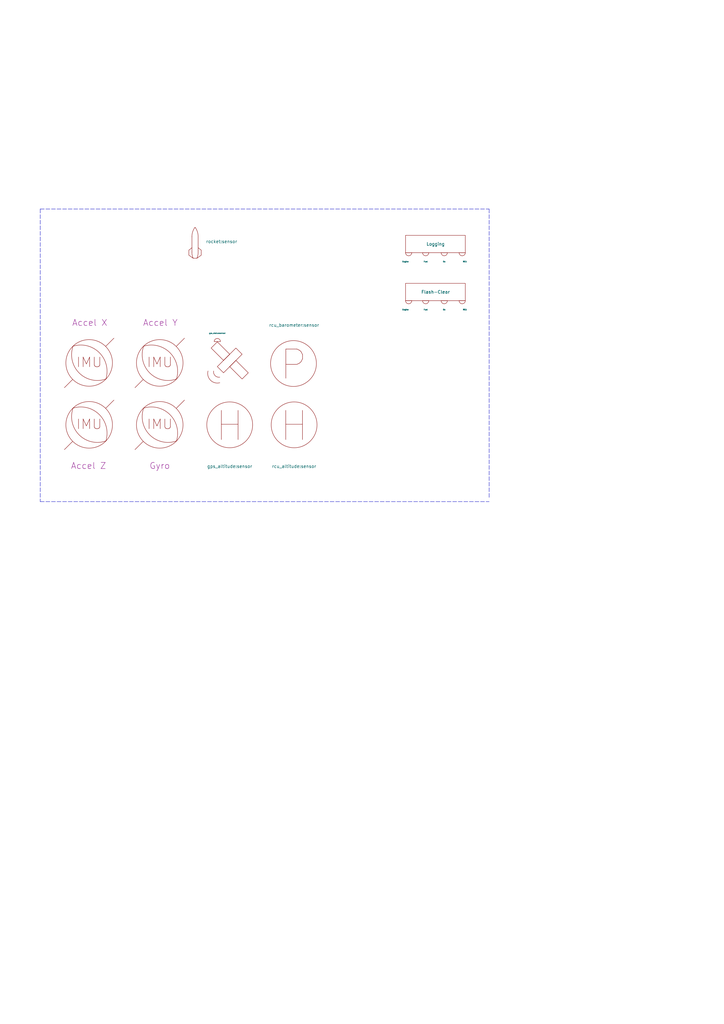
<source format=kicad_sch>
(kicad_sch (version 20231120) (generator "eeschema") (generator_version "8.0")
  (paper "A3" portrait)
  (title_block (title "Lamarr PnID") (date "2020-09-18") (company "TU Wien Space Team"))
  (lib_symbols
    (symbol "PnID-Lib:GNSS" (pin_names (offset 1.016))
      (symbol "GNSS_0_0"
        (arc (start -8.89 -4.318) (mid -7.8682 -8.1222) (end -4.064 -9.144))
        (arc (start -6.604 -4.318) (mid -5.9958 -6.2387) (end -4.064 -6.858))
        (polyline (pts (xy 0 2.54) (xy -2.54 0) (xy -7.62 5.08) (xy -5.08 7.62) (xy 0 2.54)))
        (polyline (pts (xy 2.54 5.08) (xy 5.08 2.54) (xy -2.54 -5.08) (xy -5.08 -2.54) (xy 2.54 5.08)))
      )
      (symbol "GNSS_1_1"
        (polyline (pts (xy 7.62 -5.08) (xy 5.08 -7.62) (xy 0 -2.54) (xy 2.54 0) (xy 7.62 -5.08)))
      )
    )
    (symbol "PnID-Lib:IMU" (pin_names (offset 1.016))
      (symbol "IMU_0_0"
        (arc (start -6.604 6.858) (mid -4.1113 -4.1113) (end 6.858 -6.604))
        (polyline (pts (xy -10.16 -10.16) (xy -6.858 -6.858)))
        (polyline (pts (xy 10.16 10.16) (xy 6.858 6.858)))
        (arc (start 6.858 -6.604) (mid 4.1836 4.1836) (end -6.604 6.858))
        (text "IMU" (at 0 0.254 0) (effects (font (size 3.9878 3.9878))))
      )
      (symbol "IMU_0_1"
        (circle (center 0 0) (radius 9.5504))
      )
    )
    (symbol "PnID-Lib:LED" (pin_numbers hide) (pin_names (offset 1.016))
      (property "Reference" "LED_Ref" (at 2.286 0 0))
      (property "Value" "LED" (at 0 0 0))
      (symbol "LED_0_1"
        (polyline (pts (xy 1.27 -0.508) (xy -1.27 -0.508)))
        (arc (start 1.27 -0.508) (mid 0 0.762) (end -1.27 -0.508))
      )
    )
    (symbol "PnID-Lib:Label" (pin_names (offset 1.016))
      (property "Value" "Label" (at 0 0 0))
      (symbol "Label_0_0"
        (rectangle (start -12.319 3.556) (end 12.192 -3.556))
      )
    )
    (symbol "PnID-Lib:Rocket_Channel" (pin_names (offset 1.016))
      (property "Reference" "R" (at 0 1.27 0))
      (property "Value" "Rocket_Channel" (at 10.414 1.27 0))
      (property "Unit" " " (at 0 0 0))
      (property "Action_Reference" " " (at 0 0 0))
      (property "Data_Content" " " (at 0 0 0))
      (symbol "Rocket_Channel_0_1"
        (arc (start -1.27 -1.778) (mid -1.166 -3.0783) (end -0.762 -4.318))
        (polyline (pts (xy -1.27 4.572) (xy -1.27 -1.778)))
        (polyline (pts (xy 0.762 -4.318) (xy -0.762 -4.318)))
        (polyline (pts (xy 1.27 4.572) (xy 1.27 -1.778)))
        (polyline (pts (xy 0.762 -4.318) (xy 2.54 -3.048) (xy 2.54 -1.016) (xy 1.27 0)))
        (arc (start 0 8.382) (mid -0.9522 6.5827) (end -1.27 4.572))
      )
      (symbol "Rocket_Channel_1_1"
        (polyline (pts (xy -0.762 -4.318) (xy -2.54 -3.048) (xy -2.54 -1.016) (xy -1.27 0)))
        (arc (start 0.762 -4.318) (mid 1.1615 -3.0774) (end 1.27 -1.778))
        (arc (start 1.27 4.572) (mid 0.9522 6.5827) (end 0 8.382))
      )
    )
    (symbol "PnID-Lib:Sensor_Height" (pin_names (offset 1.016))
      (property "Value" "Sensor_Height" (at 0 14.732 0))
      (symbol "Sensor_Height_1_1"
        (circle (center 0 0) (radius 9.398))
        (text "H" (at 0 -0.508 0) (effects (font (size 11.9888 11.9888))))
      )
    )
    (symbol "PnID-Lib:Sensor_Pressure_Big" (pin_names (offset 1.016))
      (property "Value" "Sensor_Pressure_Big" (at 0 10.668 0))
      (symbol "Sensor_Pressure_Big_1_1"
        (circle (center 0 0) (radius 9.398))
        (text "P" (at 0 -0.508 0) (effects (font (size 11.9888 11.9888))))
      )
    )
  )
  (polyline (pts (xy 16.51 85.725) (xy 16.51 205.74)) (stroke (width 0) (type dash)))
  (polyline (pts (xy 16.51 205.74) (xy 200.66 205.74)) (stroke (width 0) (type dash)))
  (polyline (pts (xy 200.66 85.725) (xy 200.66 204.47)) (stroke (width 0) (type dash)))
  (polyline (pts (xy 16.51 85.725) (xy 200.66 85.725)) (stroke (width 0) (type dash)))
  (symbol (lib_id "PnID-Lib:GNSS") (at 94.234 147.828 0) (unit 1)
    (property "Reference" "gnss" (effects (hide yes)))
    (property "Value" "GNSS" (effects (hide yes)))
  )
  (symbol (lib_id "PnID-Lib:IMU") (at 65.532 148.844 0) (unit 1)
    (property "Reference" "Accel_Y" (effects (hide yes)))
    (property "Value" "accel_y" (effects (hide yes)))
    (property "Label" "Accel Y" (at 65.786 132.334 0) (effects (font (size 2.54 2.54))))
  )
  (symbol (lib_id "PnID-Lib:Label") (at 178.689 100.076 0) (unit 1)
    (property "Reference" "Logging" (effects (hide yes)))
    (property "Value" "Logging" (at 178.689 100.076 0))
  )
  (symbol (lib_id "PnID-Lib:Sensor_Pressure_Big") (at 120.396 149.098 0) (unit 1)
    (property "Reference" "rcu_barometer" (effects (hide yes)))
    (property "Value" "rcu_barometer:sensor" (at 120.65 133.35 0))
    (property "Unit" "hPa" (effects (hide yes)))
  )
  (symbol (lib_id "PnID-Lib:Sensor_Height") (at 94.234 174.244 0) (unit 1)
    (property "Reference" "gps_altitude" (effects (hide yes)))
    (property "Value" "gps_altitude:sensor" (at 94.234 191.262 0))
    (property "Unit" "m" (effects (hide yes)))
  )
  (symbol (lib_id "PnID-Lib:Sensor_Height") (at 120.65 174.244 0) (unit 1)
    (property "Reference" "rcu_altitude" (effects (hide yes)))
    (property "Value" "rcu_altitude:sensor" (at 120.65 191.262 0))
    (property "Unit" "m" (effects (hide yes)))
  )
  (symbol (lib_id "PnID-Lib:LED") (at 167.64 104.14 180) (unit 1)
    (property "Reference" "Engine" (at 167.64 107.315 0) (effects (font (size 0.508 0.508)) (justify left)))
    (property "Value" "engine_ecu:LoggingEnabled" (effects (hide yes)))
  )
  (symbol (lib_id "PnID-Lib:IMU") (at 65.532 174.244 0) (unit 1)
    (property "Reference" "Gyro" (effects (hide yes)))
    (property "Value" "gyro_x_y_z" (effects (hide yes)))
    (property "Label" "Gyro" (at 65.532 191.008 0) (effects (font (size 2.54 2.54))))
  )
  (symbol (lib_id "PnID-Lib:LED") (at 189.611 104.14 180) (unit 1)
    (property "Reference" "RCU" (at 189.865 107.315 0) (effects (font (size 0.508 0.508)) (justify right)))
    (property "Value" "rcu:LoggingEnabled" (effects (hide yes)))
  )
  (symbol (lib_id "PnID-Lib:IMU") (at 36.576 174.244 0) (unit 1)
    (property "Reference" "Accel_Z" (effects (hide yes)))
    (property "Value" "accel_z" (effects (hide yes)))
    (property "Label" "Accel Z" (at 36.322 191.008 0) (effects (font (size 2.54 2.54))))
  )
  (symbol (lib_id "PnID-Lib:IMU") (at 36.576 148.844 0) (unit 1)
    (property "Reference" "Accel_X" (effects (hide yes)))
    (property "Value" "accel_x" (effects (hide yes)))
    (property "Label" "Accel X" (at 36.83 132.334 0) (effects (font (size 2.54 2.54))))
  )
  (symbol (lib_id "PnID-Lib:Label") (at 178.689 119.761 0) (unit 1)
    (property "Reference" "Logging?" (effects (hide yes)))
    (property "Value" "Flash-Clear" (at 178.689 119.761 0))
  )
  (symbol (lib_id "PnID-Lib:LED") (at 89.154 139.573 0) (unit 1)
    (property "Reference" "ecu_flash_status?" (effects (hide yes)))
    (property "Value" "gps_status:sensor" (at 89.154 136.652 0) (effects (font (size 0.508 0.508))))
  )
  (symbol (lib_id "PnID-Lib:LED") (at 174.625 123.825 180) (unit 1)
    (property "Reference" "Fuel" (at 174.625 127 0) (effects (font (size 0.508 0.508))))
    (property "Value" "fuel_ecu:FlashStatus" (effects (hide yes)))
  )
  (symbol (lib_id "PnID-Lib:LED") (at 182.245 104.14 180) (unit 1)
    (property "Reference" "Ox" (at 182.245 107.315 0) (effects (font (size 0.508 0.508))))
    (property "Value" "ox_ecu:LoggingEnabled" (effects (hide yes)))
  )
  (symbol (lib_id "PnID-Lib:Rocket_Channel") (at 80.01 101.6 0) (unit 1)
    (property "Reference" "R1" (effects (hide yes)))
    (property "Value" "rocket:sensor" (at 84.455 99.06 0) (effects (justify left)))
    (property "Unit" " " (at 84.074 99.5679 0) (effects (justify left)))
    (property "Action_Reference" " " (at 84.074 102.1079 0) (effects (justify left)))
    (property "Data_Content" " " (at 84.074 104.6479 0) (effects (justify left)))
  )
  (symbol (lib_id "PnID-Lib:LED") (at 167.64 123.825 180) (unit 1)
    (property "Reference" "Engine" (at 167.64 127 0) (effects (font (size 0.508 0.508)) (justify left)))
    (property "Value" "engine_ecu:FlashStatus" (effects (hide yes)))
  )
  (symbol (lib_id "PnID-Lib:LED") (at 182.245 123.825 180) (unit 1)
    (property "Reference" "Ox" (at 182.245 127 0) (effects (font (size 0.508 0.508))))
    (property "Value" "ox_ecu:FlashStatus" (effects (hide yes)))
  )
  (symbol (lib_id "PnID-Lib:LED") (at 174.625 104.14 180) (unit 1)
    (property "Reference" "Fuel" (at 174.625 107.315 0) (effects (font (size 0.508 0.508))))
    (property "Value" "fuel_ecu:LoggingEnabled" (effects (hide yes)))
  )
  (symbol (lib_id "PnID-Lib:LED") (at 189.611 123.825 180) (unit 1)
    (property "Reference" "RCU" (at 189.865 127 0) (effects (font (size 0.508 0.508)) (justify right)))
    (property "Value" "rcu:FlashStatus" (effects (hide yes)))
  )
)
</source>
